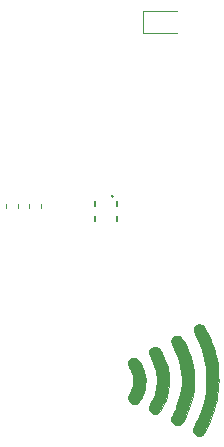
<source format=gbr>
%TF.GenerationSoftware,KiCad,Pcbnew,5.1.6*%
%TF.CreationDate,2020-10-03T01:30:16+01:00*%
%TF.ProjectId,PCB-Business-Card,5043422d-4275-4736-996e-6573732d4361,rev?*%
%TF.SameCoordinates,Original*%
%TF.FileFunction,Legend,Top*%
%TF.FilePolarity,Positive*%
%FSLAX46Y46*%
G04 Gerber Fmt 4.6, Leading zero omitted, Abs format (unit mm)*
G04 Created by KiCad (PCBNEW 5.1.6) date 2020-10-03 01:30:16*
%MOMM*%
%LPD*%
G01*
G04 APERTURE LIST*
%ADD10C,0.010000*%
%ADD11C,0.200000*%
%ADD12C,0.127000*%
%ADD13C,0.120000*%
G04 APERTURE END LIST*
D10*
%TO.C,Ref\u002A\u002A*%
G36*
X187549322Y-123450092D02*
G01*
X187667882Y-123524910D01*
X187729488Y-123583829D01*
X187796109Y-123667394D01*
X187872546Y-123780110D01*
X187952896Y-123911822D01*
X188031255Y-124052375D01*
X188101718Y-124191614D01*
X188158382Y-124319383D01*
X188161143Y-124326282D01*
X188267734Y-124651095D01*
X188334522Y-124985917D01*
X188361678Y-125326835D01*
X188349377Y-125669933D01*
X188297791Y-126011297D01*
X188207093Y-126347012D01*
X188077458Y-126673162D01*
X188055201Y-126719917D01*
X187942045Y-126928287D01*
X187825119Y-127096256D01*
X187704861Y-127223389D01*
X187581709Y-127309251D01*
X187456101Y-127353409D01*
X187411470Y-127358942D01*
X187313030Y-127355399D01*
X187232131Y-127327530D01*
X187227450Y-127325027D01*
X187135627Y-127261031D01*
X187044235Y-127173977D01*
X186966952Y-127078292D01*
X186924676Y-127005667D01*
X186889399Y-126886797D01*
X186880309Y-126782866D01*
X186881544Y-126726060D01*
X186888467Y-126676913D01*
X186904563Y-126625615D01*
X186933314Y-126562355D01*
X186978205Y-126477320D01*
X187008091Y-126423033D01*
X187092485Y-126267328D01*
X187157615Y-126136174D01*
X187205938Y-126019875D01*
X187239910Y-125908735D01*
X187261988Y-125793058D01*
X187274627Y-125663149D01*
X187280286Y-125509312D01*
X187281440Y-125344084D01*
X187280223Y-125172829D01*
X187275114Y-125033791D01*
X187263725Y-124916878D01*
X187243667Y-124811999D01*
X187212551Y-124709065D01*
X187167987Y-124597983D01*
X187107587Y-124468664D01*
X187043837Y-124340489D01*
X186983072Y-124218692D01*
X186939355Y-124126941D01*
X186909972Y-124057843D01*
X186892213Y-124004006D01*
X186883363Y-123958037D01*
X186880710Y-123912543D01*
X186880736Y-123895989D01*
X186900630Y-123760718D01*
X186958429Y-123639833D01*
X187056131Y-123529161D01*
X187056302Y-123529007D01*
X187170566Y-123451589D01*
X187294761Y-123412951D01*
X187422981Y-123412613D01*
X187549322Y-123450092D01*
G37*
X187549322Y-123450092D02*
X187667882Y-123524910D01*
X187729488Y-123583829D01*
X187796109Y-123667394D01*
X187872546Y-123780110D01*
X187952896Y-123911822D01*
X188031255Y-124052375D01*
X188101718Y-124191614D01*
X188158382Y-124319383D01*
X188161143Y-124326282D01*
X188267734Y-124651095D01*
X188334522Y-124985917D01*
X188361678Y-125326835D01*
X188349377Y-125669933D01*
X188297791Y-126011297D01*
X188207093Y-126347012D01*
X188077458Y-126673162D01*
X188055201Y-126719917D01*
X187942045Y-126928287D01*
X187825119Y-127096256D01*
X187704861Y-127223389D01*
X187581709Y-127309251D01*
X187456101Y-127353409D01*
X187411470Y-127358942D01*
X187313030Y-127355399D01*
X187232131Y-127327530D01*
X187227450Y-127325027D01*
X187135627Y-127261031D01*
X187044235Y-127173977D01*
X186966952Y-127078292D01*
X186924676Y-127005667D01*
X186889399Y-126886797D01*
X186880309Y-126782866D01*
X186881544Y-126726060D01*
X186888467Y-126676913D01*
X186904563Y-126625615D01*
X186933314Y-126562355D01*
X186978205Y-126477320D01*
X187008091Y-126423033D01*
X187092485Y-126267328D01*
X187157615Y-126136174D01*
X187205938Y-126019875D01*
X187239910Y-125908735D01*
X187261988Y-125793058D01*
X187274627Y-125663149D01*
X187280286Y-125509312D01*
X187281440Y-125344084D01*
X187280223Y-125172829D01*
X187275114Y-125033791D01*
X187263725Y-124916878D01*
X187243667Y-124811999D01*
X187212551Y-124709065D01*
X187167987Y-124597983D01*
X187107587Y-124468664D01*
X187043837Y-124340489D01*
X186983072Y-124218692D01*
X186939355Y-124126941D01*
X186909972Y-124057843D01*
X186892213Y-124004006D01*
X186883363Y-123958037D01*
X186880710Y-123912543D01*
X186880736Y-123895989D01*
X186900630Y-123760718D01*
X186958429Y-123639833D01*
X187056131Y-123529161D01*
X187056302Y-123529007D01*
X187170566Y-123451589D01*
X187294761Y-123412951D01*
X187422981Y-123412613D01*
X187549322Y-123450092D01*
G36*
X189206441Y-122522112D02*
G01*
X189303011Y-122539343D01*
X189389647Y-122577075D01*
X189470888Y-122638991D01*
X189551273Y-122728772D01*
X189635341Y-122850101D01*
X189727632Y-123006660D01*
X189755489Y-123057172D01*
X189953327Y-123455572D01*
X190109415Y-123848768D01*
X190223945Y-124237301D01*
X190287534Y-124556326D01*
X190306331Y-124709389D01*
X190320858Y-124892799D01*
X190330808Y-125094759D01*
X190335877Y-125303469D01*
X190335756Y-125507129D01*
X190330142Y-125693941D01*
X190320640Y-125832617D01*
X190292647Y-126079847D01*
X190255382Y-126310026D01*
X190206499Y-126530509D01*
X190143653Y-126748651D01*
X190064498Y-126971805D01*
X189966689Y-127207326D01*
X189847880Y-127462568D01*
X189718894Y-127719424D01*
X189615194Y-127896251D01*
X189507800Y-128031335D01*
X189395994Y-128125160D01*
X189279055Y-128178213D01*
X189156263Y-128190978D01*
X189049000Y-128171207D01*
X188900855Y-128108201D01*
X188784787Y-128020628D01*
X188702745Y-127910877D01*
X188656680Y-127781341D01*
X188646884Y-127678388D01*
X188651507Y-127609580D01*
X188668347Y-127543600D01*
X188701963Y-127465962D01*
X188732042Y-127407834D01*
X188859146Y-127163955D01*
X188964201Y-126946170D01*
X189050303Y-126746514D01*
X189120549Y-126557026D01*
X189178036Y-126369744D01*
X189225860Y-126176703D01*
X189243813Y-126091982D01*
X189259189Y-126012074D01*
X189270953Y-125938489D01*
X189279563Y-125863743D01*
X189285478Y-125780350D01*
X189289156Y-125680826D01*
X189291056Y-125557685D01*
X189291636Y-125403442D01*
X189291574Y-125312334D01*
X189290948Y-125140062D01*
X189289359Y-125002861D01*
X189286341Y-124893474D01*
X189281426Y-124804640D01*
X189274148Y-124729101D01*
X189264041Y-124659597D01*
X189250638Y-124588871D01*
X189242649Y-124551212D01*
X189183884Y-124312093D01*
X189112614Y-124083823D01*
X189024379Y-123854222D01*
X188914719Y-123611107D01*
X188851611Y-123482954D01*
X188784165Y-123347895D01*
X188733973Y-123243552D01*
X188698415Y-123163262D01*
X188674871Y-123100362D01*
X188660722Y-123048189D01*
X188653347Y-123000081D01*
X188651257Y-122973417D01*
X188649661Y-122894926D01*
X188659631Y-122837781D01*
X188686270Y-122781495D01*
X188707657Y-122746924D01*
X188795628Y-122638387D01*
X188898966Y-122567134D01*
X189024427Y-122529241D01*
X189095396Y-122521699D01*
X189206441Y-122522112D01*
G37*
X189206441Y-122522112D02*
X189303011Y-122539343D01*
X189389647Y-122577075D01*
X189470888Y-122638991D01*
X189551273Y-122728772D01*
X189635341Y-122850101D01*
X189727632Y-123006660D01*
X189755489Y-123057172D01*
X189953327Y-123455572D01*
X190109415Y-123848768D01*
X190223945Y-124237301D01*
X190287534Y-124556326D01*
X190306331Y-124709389D01*
X190320858Y-124892799D01*
X190330808Y-125094759D01*
X190335877Y-125303469D01*
X190335756Y-125507129D01*
X190330142Y-125693941D01*
X190320640Y-125832617D01*
X190292647Y-126079847D01*
X190255382Y-126310026D01*
X190206499Y-126530509D01*
X190143653Y-126748651D01*
X190064498Y-126971805D01*
X189966689Y-127207326D01*
X189847880Y-127462568D01*
X189718894Y-127719424D01*
X189615194Y-127896251D01*
X189507800Y-128031335D01*
X189395994Y-128125160D01*
X189279055Y-128178213D01*
X189156263Y-128190978D01*
X189049000Y-128171207D01*
X188900855Y-128108201D01*
X188784787Y-128020628D01*
X188702745Y-127910877D01*
X188656680Y-127781341D01*
X188646884Y-127678388D01*
X188651507Y-127609580D01*
X188668347Y-127543600D01*
X188701963Y-127465962D01*
X188732042Y-127407834D01*
X188859146Y-127163955D01*
X188964201Y-126946170D01*
X189050303Y-126746514D01*
X189120549Y-126557026D01*
X189178036Y-126369744D01*
X189225860Y-126176703D01*
X189243813Y-126091982D01*
X189259189Y-126012074D01*
X189270953Y-125938489D01*
X189279563Y-125863743D01*
X189285478Y-125780350D01*
X189289156Y-125680826D01*
X189291056Y-125557685D01*
X189291636Y-125403442D01*
X189291574Y-125312334D01*
X189290948Y-125140062D01*
X189289359Y-125002861D01*
X189286341Y-124893474D01*
X189281426Y-124804640D01*
X189274148Y-124729101D01*
X189264041Y-124659597D01*
X189250638Y-124588871D01*
X189242649Y-124551212D01*
X189183884Y-124312093D01*
X189112614Y-124083823D01*
X189024379Y-123854222D01*
X188914719Y-123611107D01*
X188851611Y-123482954D01*
X188784165Y-123347895D01*
X188733973Y-123243552D01*
X188698415Y-123163262D01*
X188674871Y-123100362D01*
X188660722Y-123048189D01*
X188653347Y-123000081D01*
X188651257Y-122973417D01*
X188649661Y-122894926D01*
X188659631Y-122837781D01*
X188686270Y-122781495D01*
X188707657Y-122746924D01*
X188795628Y-122638387D01*
X188898966Y-122567134D01*
X189024427Y-122529241D01*
X189095396Y-122521699D01*
X189206441Y-122522112D01*
G36*
X191159142Y-121582681D02*
G01*
X191248269Y-121605166D01*
X191325576Y-121649409D01*
X191400570Y-121720948D01*
X191482761Y-121825321D01*
X191487612Y-121832031D01*
X191619208Y-122034556D01*
X191749388Y-122272837D01*
X191875691Y-122540309D01*
X191995654Y-122830408D01*
X192106818Y-123136570D01*
X192206721Y-123452228D01*
X192292902Y-123770820D01*
X192362899Y-124085780D01*
X192391661Y-124243417D01*
X192424080Y-124452555D01*
X192447940Y-124647771D01*
X192463952Y-124840272D01*
X192472826Y-125041264D01*
X192475272Y-125261956D01*
X192472041Y-125511673D01*
X192465918Y-125727769D01*
X192456918Y-125913102D01*
X192443810Y-126079207D01*
X192425358Y-126237624D01*
X192400331Y-126399890D01*
X192367492Y-126577542D01*
X192347382Y-126677584D01*
X192295604Y-126904210D01*
X192231303Y-127143573D01*
X192156655Y-127390098D01*
X192073836Y-127638212D01*
X191985023Y-127882340D01*
X191892391Y-128116907D01*
X191798117Y-128336340D01*
X191704376Y-128535063D01*
X191613346Y-128707502D01*
X191527203Y-128848084D01*
X191469446Y-128926423D01*
X191358414Y-129033368D01*
X191233363Y-129102616D01*
X191098436Y-129132722D01*
X190957778Y-129122242D01*
X190928667Y-129114965D01*
X190787607Y-129056237D01*
X190672825Y-128968031D01*
X190600628Y-128874099D01*
X190566802Y-128808716D01*
X190548679Y-128747006D01*
X190541832Y-128670387D01*
X190541250Y-128624917D01*
X190542005Y-128570557D01*
X190546041Y-128524111D01*
X190556010Y-128478101D01*
X190574566Y-128425050D01*
X190604361Y-128357482D01*
X190648049Y-128267919D01*
X190708284Y-128148883D01*
X190714479Y-128136719D01*
X190778595Y-128008093D01*
X190842933Y-127874148D01*
X190901944Y-127746768D01*
X190950081Y-127637838D01*
X190971393Y-127586386D01*
X191143233Y-127100029D01*
X191273060Y-126610853D01*
X191360869Y-126119815D01*
X191406657Y-125627872D01*
X191410419Y-125135981D01*
X191372151Y-124645098D01*
X191291848Y-124156182D01*
X191169506Y-123670189D01*
X191005121Y-123188075D01*
X190991582Y-123153334D01*
X190961330Y-123080602D01*
X190917137Y-122979902D01*
X190863558Y-122861347D01*
X190805148Y-122735046D01*
X190762070Y-122643756D01*
X190676967Y-122460094D01*
X190612662Y-122307885D01*
X190568356Y-122182175D01*
X190543248Y-122078009D01*
X190536539Y-121990431D01*
X190547429Y-121914485D01*
X190575119Y-121845218D01*
X190618808Y-121777672D01*
X190621682Y-121773879D01*
X190723545Y-121673000D01*
X190848056Y-121607837D01*
X190995335Y-121578336D01*
X191048684Y-121576417D01*
X191159142Y-121582681D01*
G37*
X191159142Y-121582681D02*
X191248269Y-121605166D01*
X191325576Y-121649409D01*
X191400570Y-121720948D01*
X191482761Y-121825321D01*
X191487612Y-121832031D01*
X191619208Y-122034556D01*
X191749388Y-122272837D01*
X191875691Y-122540309D01*
X191995654Y-122830408D01*
X192106818Y-123136570D01*
X192206721Y-123452228D01*
X192292902Y-123770820D01*
X192362899Y-124085780D01*
X192391661Y-124243417D01*
X192424080Y-124452555D01*
X192447940Y-124647771D01*
X192463952Y-124840272D01*
X192472826Y-125041264D01*
X192475272Y-125261956D01*
X192472041Y-125511673D01*
X192465918Y-125727769D01*
X192456918Y-125913102D01*
X192443810Y-126079207D01*
X192425358Y-126237624D01*
X192400331Y-126399890D01*
X192367492Y-126577542D01*
X192347382Y-126677584D01*
X192295604Y-126904210D01*
X192231303Y-127143573D01*
X192156655Y-127390098D01*
X192073836Y-127638212D01*
X191985023Y-127882340D01*
X191892391Y-128116907D01*
X191798117Y-128336340D01*
X191704376Y-128535063D01*
X191613346Y-128707502D01*
X191527203Y-128848084D01*
X191469446Y-128926423D01*
X191358414Y-129033368D01*
X191233363Y-129102616D01*
X191098436Y-129132722D01*
X190957778Y-129122242D01*
X190928667Y-129114965D01*
X190787607Y-129056237D01*
X190672825Y-128968031D01*
X190600628Y-128874099D01*
X190566802Y-128808716D01*
X190548679Y-128747006D01*
X190541832Y-128670387D01*
X190541250Y-128624917D01*
X190542005Y-128570557D01*
X190546041Y-128524111D01*
X190556010Y-128478101D01*
X190574566Y-128425050D01*
X190604361Y-128357482D01*
X190648049Y-128267919D01*
X190708284Y-128148883D01*
X190714479Y-128136719D01*
X190778595Y-128008093D01*
X190842933Y-127874148D01*
X190901944Y-127746768D01*
X190950081Y-127637838D01*
X190971393Y-127586386D01*
X191143233Y-127100029D01*
X191273060Y-126610853D01*
X191360869Y-126119815D01*
X191406657Y-125627872D01*
X191410419Y-125135981D01*
X191372151Y-124645098D01*
X191291848Y-124156182D01*
X191169506Y-123670189D01*
X191005121Y-123188075D01*
X190991582Y-123153334D01*
X190961330Y-123080602D01*
X190917137Y-122979902D01*
X190863558Y-122861347D01*
X190805148Y-122735046D01*
X190762070Y-122643756D01*
X190676967Y-122460094D01*
X190612662Y-122307885D01*
X190568356Y-122182175D01*
X190543248Y-122078009D01*
X190536539Y-121990431D01*
X190547429Y-121914485D01*
X190575119Y-121845218D01*
X190618808Y-121777672D01*
X190621682Y-121773879D01*
X190723545Y-121673000D01*
X190848056Y-121607837D01*
X190995335Y-121578336D01*
X191048684Y-121576417D01*
X191159142Y-121582681D01*
G36*
X193080785Y-120614860D02*
G01*
X193203925Y-120683238D01*
X193292585Y-120766062D01*
X193327017Y-120814939D01*
X193375636Y-120896569D01*
X193435475Y-121005005D01*
X193503566Y-121134298D01*
X193576941Y-121278501D01*
X193652633Y-121431665D01*
X193727674Y-121587843D01*
X193799096Y-121741086D01*
X193863930Y-121885446D01*
X193919211Y-122014976D01*
X193934536Y-122052667D01*
X194115918Y-122545174D01*
X194263269Y-123034598D01*
X194377840Y-123527595D01*
X194460882Y-124030824D01*
X194513646Y-124550943D01*
X194537383Y-125094610D01*
X194539045Y-125270000D01*
X194530229Y-125729262D01*
X194501160Y-126170467D01*
X194450489Y-126599098D01*
X194376871Y-127020638D01*
X194278957Y-127440573D01*
X194155399Y-127864385D01*
X194004849Y-128297557D01*
X193825962Y-128745574D01*
X193617387Y-129213919D01*
X193518737Y-129421889D01*
X193436501Y-129588378D01*
X193366263Y-129720425D01*
X193304496Y-129822973D01*
X193247672Y-129900964D01*
X193192264Y-129959340D01*
X193134744Y-130003043D01*
X193083804Y-130031263D01*
X192970742Y-130065906D01*
X192844114Y-130072803D01*
X192722492Y-130051767D01*
X192679083Y-130035344D01*
X192590543Y-129978749D01*
X192506914Y-129897447D01*
X192441401Y-129805848D01*
X192414424Y-129746522D01*
X192399981Y-129670180D01*
X192396235Y-129570420D01*
X192398412Y-129522179D01*
X192403961Y-129464909D01*
X192413727Y-129413180D01*
X192430853Y-129358953D01*
X192458483Y-129294191D01*
X192499757Y-129210852D01*
X192557821Y-129100899D01*
X192577219Y-129064798D01*
X192806120Y-128613145D01*
X193000287Y-128170749D01*
X193161081Y-127731811D01*
X193289860Y-127290533D01*
X193387986Y-126841113D01*
X193456817Y-126377753D01*
X193497715Y-125894654D01*
X193512038Y-125386015D01*
X193509033Y-125091152D01*
X193491090Y-124662884D01*
X193456157Y-124259483D01*
X193402461Y-123873638D01*
X193328232Y-123498040D01*
X193231697Y-123125378D01*
X193111086Y-122748342D01*
X192964626Y-122359622D01*
X192790547Y-121951908D01*
X192700878Y-121756334D01*
X192624093Y-121591753D01*
X192563477Y-121460289D01*
X192517204Y-121356737D01*
X192483447Y-121275897D01*
X192460380Y-121212566D01*
X192446175Y-121161543D01*
X192439004Y-121117624D01*
X192437043Y-121075609D01*
X192438462Y-121030294D01*
X192439461Y-121011971D01*
X192463560Y-120874769D01*
X192520037Y-120763918D01*
X192610826Y-120676353D01*
X192676063Y-120637020D01*
X192810114Y-120590341D01*
X192947268Y-120583424D01*
X193080785Y-120614860D01*
G37*
X193080785Y-120614860D02*
X193203925Y-120683238D01*
X193292585Y-120766062D01*
X193327017Y-120814939D01*
X193375636Y-120896569D01*
X193435475Y-121005005D01*
X193503566Y-121134298D01*
X193576941Y-121278501D01*
X193652633Y-121431665D01*
X193727674Y-121587843D01*
X193799096Y-121741086D01*
X193863930Y-121885446D01*
X193919211Y-122014976D01*
X193934536Y-122052667D01*
X194115918Y-122545174D01*
X194263269Y-123034598D01*
X194377840Y-123527595D01*
X194460882Y-124030824D01*
X194513646Y-124550943D01*
X194537383Y-125094610D01*
X194539045Y-125270000D01*
X194530229Y-125729262D01*
X194501160Y-126170467D01*
X194450489Y-126599098D01*
X194376871Y-127020638D01*
X194278957Y-127440573D01*
X194155399Y-127864385D01*
X194004849Y-128297557D01*
X193825962Y-128745574D01*
X193617387Y-129213919D01*
X193518737Y-129421889D01*
X193436501Y-129588378D01*
X193366263Y-129720425D01*
X193304496Y-129822973D01*
X193247672Y-129900964D01*
X193192264Y-129959340D01*
X193134744Y-130003043D01*
X193083804Y-130031263D01*
X192970742Y-130065906D01*
X192844114Y-130072803D01*
X192722492Y-130051767D01*
X192679083Y-130035344D01*
X192590543Y-129978749D01*
X192506914Y-129897447D01*
X192441401Y-129805848D01*
X192414424Y-129746522D01*
X192399981Y-129670180D01*
X192396235Y-129570420D01*
X192398412Y-129522179D01*
X192403961Y-129464909D01*
X192413727Y-129413180D01*
X192430853Y-129358953D01*
X192458483Y-129294191D01*
X192499757Y-129210852D01*
X192557821Y-129100899D01*
X192577219Y-129064798D01*
X192806120Y-128613145D01*
X193000287Y-128170749D01*
X193161081Y-127731811D01*
X193289860Y-127290533D01*
X193387986Y-126841113D01*
X193456817Y-126377753D01*
X193497715Y-125894654D01*
X193512038Y-125386015D01*
X193509033Y-125091152D01*
X193491090Y-124662884D01*
X193456157Y-124259483D01*
X193402461Y-123873638D01*
X193328232Y-123498040D01*
X193231697Y-123125378D01*
X193111086Y-122748342D01*
X192964626Y-122359622D01*
X192790547Y-121951908D01*
X192700878Y-121756334D01*
X192624093Y-121591753D01*
X192563477Y-121460289D01*
X192517204Y-121356737D01*
X192483447Y-121275897D01*
X192460380Y-121212566D01*
X192446175Y-121161543D01*
X192439004Y-121117624D01*
X192437043Y-121075609D01*
X192438462Y-121030294D01*
X192439461Y-121011971D01*
X192463560Y-120874769D01*
X192520037Y-120763918D01*
X192610826Y-120676353D01*
X192676063Y-120637020D01*
X192810114Y-120590341D01*
X192947268Y-120583424D01*
X193080785Y-120614860D01*
D11*
%TO.C,U1*%
X185620709Y-109750000D02*
G75*
G03*
X185620709Y-109750000I-70709J0D01*
G01*
D12*
X184050000Y-111825000D02*
X184050000Y-111400000D01*
X184050000Y-110175000D02*
X184050000Y-110600000D01*
X185950000Y-111825000D02*
X185950000Y-111400000D01*
X185950000Y-110175000D02*
X185950000Y-110600000D01*
D13*
%TO.C,R1*%
X177570000Y-110781267D02*
X177570000Y-110438733D01*
X176550000Y-110781267D02*
X176550000Y-110438733D01*
%TO.C,D1*%
X188140000Y-95960000D02*
X191000000Y-95960000D01*
X188140000Y-94040000D02*
X188140000Y-95960000D01*
X191000000Y-94040000D02*
X188140000Y-94040000D01*
%TO.C,C1*%
X179510000Y-110776267D02*
X179510000Y-110433733D01*
X178490000Y-110776267D02*
X178490000Y-110433733D01*
%TD*%
M02*

</source>
